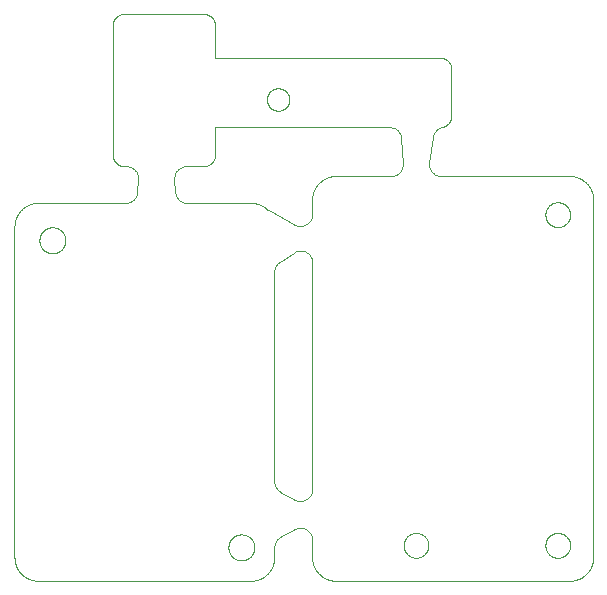
<source format=gko>
%MOIN*%
%OFA0B0*%
%FSLAX36Y36*%
%IPPOS*%
%LPD*%
%ADD10C,0*%
D10*
X001852362Y001220472D02*
X001852362Y001220472D01*
X001852350Y001219456D01*
X001852311Y001218444D01*
X001852251Y001217433D01*
X001852161Y001216421D01*
X001852051Y001215413D01*
X001851913Y001214405D01*
X001851751Y001213405D01*
X001851566Y001212409D01*
X001851358Y001211413D01*
X001851122Y001210429D01*
X001850866Y001209448D01*
X001850582Y001208472D01*
X001850275Y001207503D01*
X001849944Y001206547D01*
X001849590Y001205594D01*
X001849216Y001204653D01*
X001848815Y001203720D01*
X001848393Y001202799D01*
X001847948Y001201885D01*
X001847480Y001200984D01*
X001846992Y001200098D01*
X001846480Y001199220D01*
X001845949Y001198358D01*
X001845394Y001197507D01*
X001844822Y001196669D01*
X001844228Y001195846D01*
X001843614Y001195039D01*
X001842980Y001194248D01*
X001842326Y001193472D01*
X001841653Y001192712D01*
X001840964Y001191968D01*
X001840256Y001191240D01*
X001839527Y001190531D01*
X001838783Y001189842D01*
X001838023Y001189169D01*
X001837248Y001188515D01*
X001836456Y001187881D01*
X001835649Y001187267D01*
X001834826Y001186673D01*
X001833988Y001186102D01*
X001833137Y001185547D01*
X001832275Y001185015D01*
X001831397Y001184503D01*
X001830511Y001184015D01*
X001829610Y001183547D01*
X001828696Y001183102D01*
X001827775Y001182681D01*
X001826842Y001182279D01*
X001825901Y001181905D01*
X001824948Y001181551D01*
X001823992Y001181220D01*
X001823023Y001180913D01*
X001822047Y001180629D01*
X001821066Y001180374D01*
X001820082Y001180137D01*
X001819086Y001179929D01*
X001818090Y001179744D01*
X001817090Y001179582D01*
X001816082Y001179444D01*
X001815074Y001179334D01*
X001814062Y001179244D01*
X001813051Y001179185D01*
X001812039Y001179145D01*
X001811023Y001179133D01*
X001810007Y001179145D01*
X001808996Y001179185D01*
X001807984Y001179244D01*
X001806972Y001179334D01*
X001805964Y001179444D01*
X001804956Y001179582D01*
X001803956Y001179744D01*
X001802960Y001179929D01*
X001801964Y001180137D01*
X001800980Y001180374D01*
X001800000Y001180629D01*
X001799023Y001180913D01*
X001798055Y001181220D01*
X001797098Y001181551D01*
X001796145Y001181905D01*
X001795204Y001182279D01*
X001794271Y001182681D01*
X001793350Y001183102D01*
X001792437Y001183547D01*
X001791535Y001184015D01*
X001790649Y001184503D01*
X001789771Y001185015D01*
X001788909Y001185547D01*
X001788059Y001186102D01*
X001787220Y001186673D01*
X001786397Y001187267D01*
X001785590Y001187881D01*
X001784799Y001188515D01*
X001784023Y001189169D01*
X001783263Y001189842D01*
X001782519Y001190531D01*
X001781791Y001191240D01*
X001781082Y001191968D01*
X001780393Y001192712D01*
X001779720Y001193472D01*
X001779066Y001194248D01*
X001778433Y001195039D01*
X001777818Y001195846D01*
X001777224Y001196669D01*
X001776653Y001197507D01*
X001776098Y001198358D01*
X001775566Y001199220D01*
X001775055Y001200098D01*
X001774566Y001200984D01*
X001774098Y001201885D01*
X001773653Y001202799D01*
X001773232Y001203720D01*
X001772830Y001204653D01*
X001772456Y001205594D01*
X001772102Y001206547D01*
X001771771Y001207503D01*
X001771464Y001208472D01*
X001771181Y001209448D01*
X001770925Y001210429D01*
X001770688Y001211413D01*
X001770480Y001212409D01*
X001770295Y001213405D01*
X001770133Y001214405D01*
X001769996Y001215413D01*
X001769885Y001216421D01*
X001769795Y001217433D01*
X001769736Y001218444D01*
X001769697Y001219456D01*
X001769685Y001220472D01*
X001769697Y001221488D01*
X001769736Y001222500D01*
X001769795Y001223511D01*
X001769885Y001224523D01*
X001769996Y001225531D01*
X001770133Y001226539D01*
X001770295Y001227539D01*
X001770480Y001228535D01*
X001770688Y001229531D01*
X001770925Y001230515D01*
X001771181Y001231496D01*
X001771464Y001232472D01*
X001771771Y001233440D01*
X001772102Y001234397D01*
X001772456Y001235350D01*
X001772830Y001236291D01*
X001773232Y001237224D01*
X001773653Y001238145D01*
X001774098Y001239059D01*
X001774566Y001239960D01*
X001775055Y001240846D01*
X001775566Y001241724D01*
X001776098Y001242586D01*
X001776653Y001243436D01*
X001777224Y001244275D01*
X001777818Y001245098D01*
X001778433Y001245905D01*
X001779066Y001246696D01*
X001779720Y001247472D01*
X001780393Y001248232D01*
X001781082Y001248976D01*
X001781791Y001249704D01*
X001782519Y001250413D01*
X001783263Y001251102D01*
X001784023Y001251775D01*
X001784799Y001252429D01*
X001785590Y001253063D01*
X001786397Y001253677D01*
X001787220Y001254271D01*
X001788059Y001254842D01*
X001788909Y001255397D01*
X001789771Y001255929D01*
X001790649Y001256440D01*
X001791535Y001256929D01*
X001792437Y001257397D01*
X001793350Y001257842D01*
X001794271Y001258263D01*
X001795204Y001258665D01*
X001796145Y001259039D01*
X001797098Y001259393D01*
X001798055Y001259724D01*
X001799023Y001260031D01*
X001800000Y001260315D01*
X001800980Y001260570D01*
X001801964Y001260807D01*
X001802960Y001261015D01*
X001803956Y001261200D01*
X001804956Y001261362D01*
X001805964Y001261499D01*
X001806972Y001261610D01*
X001807984Y001261700D01*
X001808996Y001261759D01*
X001810007Y001261799D01*
X001811023Y001261810D01*
X001812039Y001261799D01*
X001813051Y001261759D01*
X001814062Y001261700D01*
X001815074Y001261610D01*
X001816082Y001261499D01*
X001817090Y001261362D01*
X001818090Y001261200D01*
X001819086Y001261015D01*
X001820082Y001260807D01*
X001821066Y001260570D01*
X001822047Y001260315D01*
X001823023Y001260031D01*
X001823992Y001259724D01*
X001824948Y001259393D01*
X001825901Y001259039D01*
X001826842Y001258665D01*
X001827775Y001258263D01*
X001828696Y001257842D01*
X001829610Y001257397D01*
X001830511Y001256929D01*
X001831397Y001256440D01*
X001832275Y001255929D01*
X001833137Y001255397D01*
X001833988Y001254842D01*
X001834826Y001254271D01*
X001835649Y001253677D01*
X001836456Y001253063D01*
X001837248Y001252429D01*
X001838023Y001251775D01*
X001838783Y001251102D01*
X001839527Y001250413D01*
X001840256Y001249704D01*
X001840964Y001248976D01*
X001841653Y001248232D01*
X001842326Y001247472D01*
X001842980Y001246696D01*
X001843614Y001245905D01*
X001844228Y001245098D01*
X001844822Y001244275D01*
X001845394Y001243436D01*
X001845949Y001242586D01*
X001846480Y001241724D01*
X001846992Y001240846D01*
X001847480Y001239960D01*
X001847948Y001239059D01*
X001848393Y001238145D01*
X001848815Y001237224D01*
X001849216Y001236291D01*
X001849590Y001235350D01*
X001849944Y001234397D01*
X001850275Y001233440D01*
X001850582Y001232472D01*
X001850866Y001231496D01*
X001851122Y001230515D01*
X001851358Y001229531D01*
X001851566Y001228535D01*
X001851751Y001227539D01*
X001851913Y001226539D01*
X001852051Y001225531D01*
X001852161Y001224523D01*
X001852251Y001223511D01*
X001852311Y001222500D01*
X001852350Y001221488D01*
X001852362Y001220472D01*
X001852362Y000118110D02*
X001852362Y000118110D01*
X001852350Y000117094D01*
X001852311Y000116082D01*
X001852251Y000115070D01*
X001852161Y000114059D01*
X001852051Y000113051D01*
X001851913Y000112043D01*
X001851751Y000111043D01*
X001851566Y000110047D01*
X001851358Y000109051D01*
X001851122Y000108066D01*
X001850866Y000107086D01*
X001850582Y000106110D01*
X001850275Y000105141D01*
X001849944Y000104185D01*
X001849590Y000103232D01*
X001849216Y000102290D01*
X001848815Y000101358D01*
X001848393Y000100437D01*
X001847948Y000099523D01*
X001847480Y000098622D01*
X001846992Y000097736D01*
X001846480Y000096858D01*
X001845949Y000095996D01*
X001845394Y000095145D01*
X001844822Y000094307D01*
X001844228Y000093483D01*
X001843614Y000092677D01*
X001842980Y000091885D01*
X001842326Y000091110D01*
X001841653Y000090350D01*
X001840964Y000089605D01*
X001840256Y000088877D01*
X001839527Y000088169D01*
X001838783Y000087480D01*
X001838023Y000086807D01*
X001837248Y000086153D01*
X001836456Y000085519D01*
X001835649Y000084905D01*
X001834826Y000084311D01*
X001833988Y000083739D01*
X001833137Y000083184D01*
X001832275Y000082653D01*
X001831397Y000082141D01*
X001830511Y000081653D01*
X001829610Y000081185D01*
X001828696Y000080740D01*
X001827775Y000080318D01*
X001826842Y000079917D01*
X001825901Y000079543D01*
X001824948Y000079188D01*
X001823992Y000078858D01*
X001823023Y000078551D01*
X001822047Y000078267D01*
X001821066Y000078011D01*
X001820082Y000077775D01*
X001819086Y000077566D01*
X001818090Y000077381D01*
X001817090Y000077220D01*
X001816082Y000077082D01*
X001815074Y000076972D01*
X001814062Y000076881D01*
X001813051Y000076822D01*
X001812039Y000076783D01*
X001811023Y000076771D01*
X001810007Y000076783D01*
X001808996Y000076822D01*
X001807984Y000076881D01*
X001806972Y000076972D01*
X001805964Y000077082D01*
X001804956Y000077220D01*
X001803956Y000077381D01*
X001802960Y000077566D01*
X001801964Y000077775D01*
X001800980Y000078011D01*
X001800000Y000078267D01*
X001799023Y000078551D01*
X001798055Y000078858D01*
X001797098Y000079188D01*
X001796145Y000079543D01*
X001795204Y000079917D01*
X001794271Y000080318D01*
X001793350Y000080740D01*
X001792437Y000081185D01*
X001791535Y000081653D01*
X001790649Y000082141D01*
X001789771Y000082653D01*
X001788909Y000083184D01*
X001788059Y000083739D01*
X001787220Y000084311D01*
X001786397Y000084905D01*
X001785590Y000085519D01*
X001784799Y000086153D01*
X001784023Y000086807D01*
X001783263Y000087480D01*
X001782519Y000088169D01*
X001781791Y000088877D01*
X001781082Y000089605D01*
X001780393Y000090350D01*
X001779720Y000091110D01*
X001779066Y000091885D01*
X001778433Y000092677D01*
X001777818Y000093483D01*
X001777224Y000094307D01*
X001776653Y000095145D01*
X001776098Y000095996D01*
X001775566Y000096858D01*
X001775055Y000097736D01*
X001774566Y000098622D01*
X001774098Y000099523D01*
X001773653Y000100437D01*
X001773232Y000101358D01*
X001772830Y000102290D01*
X001772456Y000103232D01*
X001772102Y000104185D01*
X001771771Y000105141D01*
X001771464Y000106110D01*
X001771181Y000107086D01*
X001770925Y000108066D01*
X001770688Y000109051D01*
X001770480Y000110047D01*
X001770295Y000111043D01*
X001770133Y000112043D01*
X001769996Y000113051D01*
X001769885Y000114059D01*
X001769795Y000115070D01*
X001769736Y000116082D01*
X001769697Y000117094D01*
X001769685Y000118110D01*
X001769697Y000119125D01*
X001769736Y000120137D01*
X001769795Y000121149D01*
X001769885Y000122161D01*
X001769996Y000123169D01*
X001770133Y000124177D01*
X001770295Y000125177D01*
X001770480Y000126173D01*
X001770688Y000127169D01*
X001770925Y000128153D01*
X001771181Y000129133D01*
X001771464Y000130110D01*
X001771771Y000131078D01*
X001772102Y000132035D01*
X001772456Y000132988D01*
X001772830Y000133929D01*
X001773232Y000134862D01*
X001773653Y000135783D01*
X001774098Y000136696D01*
X001774566Y000137598D01*
X001775055Y000138484D01*
X001775566Y000139362D01*
X001776098Y000140224D01*
X001776653Y000141074D01*
X001777224Y000141913D01*
X001777818Y000142736D01*
X001778433Y000143543D01*
X001779066Y000144334D01*
X001779720Y000145110D01*
X001780393Y000145870D01*
X001781082Y000146614D01*
X001781791Y000147342D01*
X001782519Y000148051D01*
X001783263Y000148740D01*
X001784023Y000149413D01*
X001784799Y000150066D01*
X001785590Y000150700D01*
X001786397Y000151314D01*
X001787220Y000151909D01*
X001788059Y000152480D01*
X001788909Y000153035D01*
X001789771Y000153566D01*
X001790649Y000154078D01*
X001791535Y000154566D01*
X001792437Y000155035D01*
X001793350Y000155480D01*
X001794271Y000155901D01*
X001795204Y000156303D01*
X001796145Y000156677D01*
X001797098Y000157031D01*
X001798055Y000157362D01*
X001799023Y000157669D01*
X001800000Y000157952D01*
X001800980Y000158208D01*
X001801964Y000158444D01*
X001802960Y000158653D01*
X001803956Y000158838D01*
X001804956Y000158999D01*
X001805964Y000159137D01*
X001806972Y000159248D01*
X001807984Y000159338D01*
X001808996Y000159397D01*
X001810007Y000159436D01*
X001811023Y000159448D01*
X001812039Y000159436D01*
X001813051Y000159397D01*
X001814062Y000159338D01*
X001815074Y000159248D01*
X001816082Y000159137D01*
X001817090Y000158999D01*
X001818090Y000158838D01*
X001819086Y000158653D01*
X001820082Y000158444D01*
X001821066Y000158208D01*
X001822047Y000157952D01*
X001823023Y000157669D01*
X001823992Y000157362D01*
X001824948Y000157031D01*
X001825901Y000156677D01*
X001826842Y000156303D01*
X001827775Y000155901D01*
X001828696Y000155480D01*
X001829610Y000155035D01*
X001830511Y000154566D01*
X001831397Y000154078D01*
X001832275Y000153566D01*
X001833137Y000153035D01*
X001833988Y000152480D01*
X001834826Y000151909D01*
X001835649Y000151314D01*
X001836456Y000150700D01*
X001837248Y000150066D01*
X001838023Y000149413D01*
X001838783Y000148740D01*
X001839527Y000148051D01*
X001840256Y000147342D01*
X001840964Y000146614D01*
X001841653Y000145870D01*
X001842326Y000145110D01*
X001842980Y000144334D01*
X001843614Y000143543D01*
X001844228Y000142736D01*
X001844822Y000141913D01*
X001845394Y000141074D01*
X001845949Y000140224D01*
X001846480Y000139362D01*
X001846992Y000138484D01*
X001847480Y000137598D01*
X001847948Y000136696D01*
X001848393Y000135783D01*
X001848815Y000134862D01*
X001849216Y000133929D01*
X001849590Y000132988D01*
X001849944Y000132035D01*
X001850275Y000131078D01*
X001850582Y000130110D01*
X001850866Y000129133D01*
X001851122Y000128153D01*
X001851358Y000127169D01*
X001851566Y000126173D01*
X001851751Y000125177D01*
X001851913Y000124177D01*
X001852051Y000123169D01*
X001852161Y000122161D01*
X001852251Y000121149D01*
X001852311Y000120137D01*
X001852350Y000119125D01*
X001852362Y000118110D01*
X001379921Y000118110D02*
X001379921Y000118110D01*
X001379909Y000117094D01*
X001379870Y000116082D01*
X001379811Y000115070D01*
X001379720Y000114059D01*
X001379610Y000113051D01*
X001379472Y000112043D01*
X001379311Y000111043D01*
X001379126Y000110047D01*
X001378917Y000109051D01*
X001378681Y000108066D01*
X001378425Y000107086D01*
X001378141Y000106110D01*
X001377834Y000105141D01*
X001377503Y000104185D01*
X001377149Y000103232D01*
X001376775Y000102290D01*
X001376374Y000101358D01*
X001375952Y000100437D01*
X001375507Y000099523D01*
X001375039Y000098622D01*
X001374551Y000097736D01*
X001374039Y000096858D01*
X001373507Y000095996D01*
X001372952Y000095145D01*
X001372381Y000094307D01*
X001371787Y000093483D01*
X001371173Y000092677D01*
X001370539Y000091885D01*
X001369885Y000091110D01*
X001369212Y000090350D01*
X001368523Y000089605D01*
X001367814Y000088877D01*
X001367086Y000088169D01*
X001366342Y000087480D01*
X001365582Y000086807D01*
X001364807Y000086153D01*
X001364015Y000085519D01*
X001363208Y000084905D01*
X001362385Y000084311D01*
X001361547Y000083739D01*
X001360696Y000083184D01*
X001359834Y000082653D01*
X001358956Y000082141D01*
X001358070Y000081653D01*
X001357169Y000081185D01*
X001356255Y000080740D01*
X001355334Y000080318D01*
X001354401Y000079917D01*
X001353460Y000079543D01*
X001352507Y000079188D01*
X001351551Y000078858D01*
X001350582Y000078551D01*
X001349606Y000078267D01*
X001348625Y000078011D01*
X001347641Y000077775D01*
X001346645Y000077566D01*
X001345649Y000077381D01*
X001344649Y000077220D01*
X001343641Y000077082D01*
X001342633Y000076972D01*
X001341622Y000076881D01*
X001340610Y000076822D01*
X001339598Y000076783D01*
X001338582Y000076771D01*
X001337566Y000076783D01*
X001336555Y000076822D01*
X001335543Y000076881D01*
X001334531Y000076972D01*
X001333523Y000077082D01*
X001332515Y000077220D01*
X001331515Y000077381D01*
X001330519Y000077566D01*
X001329523Y000077775D01*
X001328539Y000078011D01*
X001327559Y000078267D01*
X001326582Y000078551D01*
X001325614Y000078858D01*
X001324657Y000079188D01*
X001323704Y000079543D01*
X001322763Y000079917D01*
X001321830Y000080318D01*
X001320909Y000080740D01*
X001319996Y000081185D01*
X001319094Y000081653D01*
X001318208Y000082141D01*
X001317330Y000082653D01*
X001316468Y000083184D01*
X001315618Y000083739D01*
X001314779Y000084311D01*
X001313956Y000084905D01*
X001313149Y000085519D01*
X001312358Y000086153D01*
X001311582Y000086807D01*
X001310822Y000087480D01*
X001310078Y000088169D01*
X001309350Y000088877D01*
X001308641Y000089605D01*
X001307952Y000090350D01*
X001307279Y000091110D01*
X001306625Y000091885D01*
X001305992Y000092677D01*
X001305377Y000093483D01*
X001304783Y000094307D01*
X001304212Y000095145D01*
X001303657Y000095996D01*
X001303125Y000096858D01*
X001302614Y000097736D01*
X001302125Y000098622D01*
X001301657Y000099523D01*
X001301212Y000100437D01*
X001300791Y000101358D01*
X001300389Y000102290D01*
X001300015Y000103232D01*
X001299661Y000104185D01*
X001299330Y000105141D01*
X001299023Y000106110D01*
X001298740Y000107086D01*
X001298484Y000108066D01*
X001298248Y000109051D01*
X001298039Y000110047D01*
X001297854Y000111043D01*
X001297692Y000112043D01*
X001297555Y000113051D01*
X001297445Y000114059D01*
X001297354Y000115070D01*
X001297295Y000116082D01*
X001297255Y000117094D01*
X001297244Y000118110D01*
X001297255Y000119125D01*
X001297295Y000120137D01*
X001297354Y000121149D01*
X001297445Y000122161D01*
X001297555Y000123169D01*
X001297692Y000124177D01*
X001297854Y000125177D01*
X001298039Y000126173D01*
X001298248Y000127169D01*
X001298484Y000128153D01*
X001298740Y000129133D01*
X001299023Y000130110D01*
X001299330Y000131078D01*
X001299661Y000132035D01*
X001300015Y000132988D01*
X001300389Y000133929D01*
X001300791Y000134862D01*
X001301212Y000135783D01*
X001301657Y000136696D01*
X001302125Y000137598D01*
X001302614Y000138484D01*
X001303125Y000139362D01*
X001303657Y000140224D01*
X001304212Y000141074D01*
X001304783Y000141913D01*
X001305377Y000142736D01*
X001305992Y000143543D01*
X001306625Y000144334D01*
X001307279Y000145110D01*
X001307952Y000145870D01*
X001308641Y000146614D01*
X001309350Y000147342D01*
X001310078Y000148051D01*
X001310822Y000148740D01*
X001311582Y000149413D01*
X001312358Y000150066D01*
X001313149Y000150700D01*
X001313956Y000151314D01*
X001314779Y000151909D01*
X001315618Y000152480D01*
X001316468Y000153035D01*
X001317330Y000153566D01*
X001318208Y000154078D01*
X001319094Y000154566D01*
X001319996Y000155035D01*
X001320909Y000155480D01*
X001321830Y000155901D01*
X001322763Y000156303D01*
X001323704Y000156677D01*
X001324657Y000157031D01*
X001325614Y000157362D01*
X001326582Y000157669D01*
X001327559Y000157952D01*
X001328539Y000158208D01*
X001329523Y000158444D01*
X001330519Y000158653D01*
X001331515Y000158838D01*
X001332515Y000158999D01*
X001333523Y000159137D01*
X001334531Y000159248D01*
X001335543Y000159338D01*
X001336555Y000159397D01*
X001337566Y000159436D01*
X001338582Y000159448D01*
X001339598Y000159436D01*
X001340610Y000159397D01*
X001341622Y000159338D01*
X001342633Y000159248D01*
X001343641Y000159137D01*
X001344649Y000158999D01*
X001345649Y000158838D01*
X001346645Y000158653D01*
X001347641Y000158444D01*
X001348625Y000158208D01*
X001349606Y000157952D01*
X001350582Y000157669D01*
X001351551Y000157362D01*
X001352507Y000157031D01*
X001353460Y000156677D01*
X001354401Y000156303D01*
X001355334Y000155901D01*
X001356255Y000155480D01*
X001357169Y000155035D01*
X001358070Y000154566D01*
X001358956Y000154078D01*
X001359834Y000153566D01*
X001360696Y000153035D01*
X001361547Y000152480D01*
X001362385Y000151909D01*
X001363208Y000151314D01*
X001364015Y000150700D01*
X001364807Y000150066D01*
X001365582Y000149413D01*
X001366342Y000148740D01*
X001367086Y000148051D01*
X001367814Y000147342D01*
X001368523Y000146614D01*
X001369212Y000145870D01*
X001369885Y000145110D01*
X001370539Y000144334D01*
X001371173Y000143543D01*
X001371787Y000142736D01*
X001372381Y000141913D01*
X001372952Y000141074D01*
X001373507Y000140224D01*
X001374039Y000139362D01*
X001374551Y000138484D01*
X001375039Y000137598D01*
X001375507Y000136696D01*
X001375952Y000135783D01*
X001376374Y000134862D01*
X001376775Y000133929D01*
X001377149Y000132988D01*
X001377503Y000132035D01*
X001377834Y000131078D01*
X001378141Y000130110D01*
X001378425Y000129133D01*
X001378681Y000128153D01*
X001378917Y000127169D01*
X001379126Y000126173D01*
X001379311Y000125177D01*
X001379472Y000124177D01*
X001379610Y000123169D01*
X001379720Y000122161D01*
X001379811Y000121149D01*
X001379870Y000120137D01*
X001379909Y000119125D01*
X001379921Y000118110D01*
X000878897Y001641641D02*
X000878897Y001641641D01*
X000879814Y001641629D01*
X000880732Y001641598D01*
X000881649Y001641539D01*
X000882562Y001641460D01*
X000883476Y001641362D01*
X000884385Y001641236D01*
X000885291Y001641090D01*
X000886192Y001640921D01*
X000887090Y001640732D01*
X000887984Y001640519D01*
X000888874Y001640287D01*
X000889755Y001640031D01*
X000890629Y001639755D01*
X000891496Y001639456D01*
X000892358Y001639133D01*
X000893208Y001638795D01*
X000894055Y001638433D01*
X000894889Y001638051D01*
X000895712Y001637649D01*
X000896527Y001637224D01*
X000897334Y001636783D01*
X000898125Y001636318D01*
X000898905Y001635838D01*
X000899677Y001635338D01*
X000900433Y001634818D01*
X000901177Y001634279D01*
X000901909Y001633724D01*
X000902626Y001633153D01*
X000903326Y001632559D01*
X000904015Y001631952D01*
X000904688Y001631326D01*
X000905346Y001630688D01*
X000905984Y001630031D01*
X000906610Y001629358D01*
X000907216Y001628669D01*
X000907811Y001627968D01*
X000908381Y001627251D01*
X000908937Y001626519D01*
X000909476Y001625775D01*
X000909996Y001625019D01*
X000910496Y001624248D01*
X000910976Y001623468D01*
X000911440Y001622677D01*
X000911881Y001621870D01*
X000912307Y001621055D01*
X000912708Y001620232D01*
X000913090Y001619397D01*
X000913452Y001618551D01*
X000913791Y001617700D01*
X000914114Y001616838D01*
X000914413Y001615972D01*
X000914688Y001615098D01*
X000914944Y001614216D01*
X000915177Y001613326D01*
X000915389Y001612433D01*
X000915578Y001611535D01*
X000915748Y001610633D01*
X000915893Y001609728D01*
X000916019Y001608818D01*
X000916118Y001607905D01*
X000916196Y001606992D01*
X000916255Y001606074D01*
X000916287Y001605157D01*
X000916299Y001604240D01*
X000916287Y001603322D01*
X000916255Y001602405D01*
X000916196Y001601488D01*
X000916118Y001600574D01*
X000916019Y001599661D01*
X000915893Y001598751D01*
X000915748Y001597846D01*
X000915578Y001596944D01*
X000915389Y001596047D01*
X000915177Y001595153D01*
X000914944Y001594263D01*
X000914688Y001593381D01*
X000914413Y001592507D01*
X000914114Y001591641D01*
X000913791Y001590779D01*
X000913452Y001589929D01*
X000913090Y001589082D01*
X000912708Y001588248D01*
X000912307Y001587425D01*
X000911881Y001586610D01*
X000911440Y001585803D01*
X000910976Y001585011D01*
X000910496Y001584232D01*
X000909996Y001583460D01*
X000909476Y001582704D01*
X000908937Y001581960D01*
X000908381Y001581228D01*
X000907811Y001580511D01*
X000907216Y001579811D01*
X000906610Y001579122D01*
X000905984Y001578448D01*
X000905346Y001577791D01*
X000904688Y001577153D01*
X000904015Y001576527D01*
X000903326Y001575921D01*
X000902626Y001575326D01*
X000901909Y001574755D01*
X000901177Y001574200D01*
X000900433Y001573661D01*
X000899677Y001573142D01*
X000898905Y001572641D01*
X000898125Y001572161D01*
X000897334Y001571696D01*
X000896527Y001571255D01*
X000895712Y001570831D01*
X000894889Y001570429D01*
X000894055Y001570047D01*
X000893208Y001569685D01*
X000892358Y001569346D01*
X000891496Y001569023D01*
X000890629Y001568724D01*
X000889755Y001568448D01*
X000888874Y001568192D01*
X000887984Y001567960D01*
X000887090Y001567748D01*
X000886192Y001567559D01*
X000885291Y001567389D01*
X000884385Y001567244D01*
X000883476Y001567118D01*
X000882562Y001567020D01*
X000881649Y001566940D01*
X000880732Y001566881D01*
X000879814Y001566850D01*
X000878897Y001566838D01*
X000877980Y001566850D01*
X000877062Y001566881D01*
X000876145Y001566940D01*
X000875232Y001567020D01*
X000874318Y001567118D01*
X000873409Y001567244D01*
X000872503Y001567389D01*
X000871602Y001567559D01*
X000870704Y001567748D01*
X000869811Y001567960D01*
X000868921Y001568192D01*
X000868039Y001568448D01*
X000867165Y001568724D01*
X000866299Y001569023D01*
X000865437Y001569346D01*
X000864586Y001569685D01*
X000863740Y001570047D01*
X000862905Y001570429D01*
X000862082Y001570831D01*
X000861267Y001571255D01*
X000860460Y001571696D01*
X000859669Y001572161D01*
X000858890Y001572641D01*
X000858118Y001573142D01*
X000857362Y001573661D01*
X000856618Y001574200D01*
X000855885Y001574755D01*
X000855169Y001575326D01*
X000854468Y001575921D01*
X000853779Y001576527D01*
X000853106Y001577153D01*
X000852448Y001577791D01*
X000851811Y001578448D01*
X000851185Y001579122D01*
X000850578Y001579811D01*
X000849984Y001580511D01*
X000849413Y001581228D01*
X000848858Y001581960D01*
X000848318Y001582704D01*
X000847799Y001583460D01*
X000847299Y001584232D01*
X000846818Y001585011D01*
X000846354Y001585803D01*
X000845913Y001586610D01*
X000845488Y001587425D01*
X000845086Y001588248D01*
X000844704Y001589082D01*
X000844342Y001589929D01*
X000844003Y001590779D01*
X000843681Y001591641D01*
X000843381Y001592507D01*
X000843106Y001593381D01*
X000842850Y001594263D01*
X000842618Y001595153D01*
X000842405Y001596047D01*
X000842216Y001596944D01*
X000842047Y001597846D01*
X000841901Y001598751D01*
X000841775Y001599661D01*
X000841677Y001600574D01*
X000841598Y001601488D01*
X000841539Y001602405D01*
X000841507Y001603322D01*
X000841496Y001604240D01*
X000841507Y001605157D01*
X000841539Y001606074D01*
X000841598Y001606992D01*
X000841677Y001607905D01*
X000841775Y001608818D01*
X000841901Y001609728D01*
X000842047Y001610633D01*
X000842216Y001611535D01*
X000842405Y001612433D01*
X000842618Y001613326D01*
X000842850Y001614216D01*
X000843106Y001615098D01*
X000843381Y001615972D01*
X000843681Y001616838D01*
X000844003Y001617700D01*
X000844342Y001618551D01*
X000844704Y001619397D01*
X000845086Y001620232D01*
X000845488Y001621055D01*
X000845913Y001621870D01*
X000846354Y001622677D01*
X000846818Y001623468D01*
X000847299Y001624248D01*
X000847799Y001625019D01*
X000848318Y001625775D01*
X000848858Y001626519D01*
X000849413Y001627251D01*
X000849984Y001627968D01*
X000850578Y001628669D01*
X000851185Y001629358D01*
X000851811Y001630031D01*
X000852448Y001630688D01*
X000853106Y001631326D01*
X000853779Y001631952D01*
X000854468Y001632559D01*
X000855169Y001633153D01*
X000855885Y001633724D01*
X000856618Y001634279D01*
X000857362Y001634818D01*
X000858118Y001635338D01*
X000858890Y001635838D01*
X000859669Y001636318D01*
X000860460Y001636783D01*
X000861267Y001637224D01*
X000862082Y001637649D01*
X000862905Y001638051D01*
X000863740Y001638433D01*
X000864586Y001638795D01*
X000865437Y001639133D01*
X000866299Y001639456D01*
X000867165Y001639755D01*
X000868039Y001640031D01*
X000868921Y001640287D01*
X000869811Y001640519D01*
X000870704Y001640732D01*
X000871602Y001640921D01*
X000872503Y001641090D01*
X000873409Y001641236D01*
X000874318Y001641362D01*
X000875232Y001641460D01*
X000876145Y001641539D01*
X000877062Y001641598D01*
X000877980Y001641629D01*
X000878897Y001641641D01*
X000756354Y000067972D02*
X000756354Y000067972D01*
X000755291Y000067984D01*
X000754228Y000068023D01*
X000753169Y000068090D01*
X000752110Y000068181D01*
X000751051Y000068299D01*
X000749999Y000068440D01*
X000748948Y000068610D01*
X000747905Y000068803D01*
X000746866Y000069023D01*
X000745830Y000069271D01*
X000744803Y000069539D01*
X000743783Y000069838D01*
X000742771Y000070157D01*
X000741763Y000070503D01*
X000740767Y000070874D01*
X000739779Y000071267D01*
X000738803Y000071688D01*
X000737838Y000072129D01*
X000736881Y000072598D01*
X000735940Y000073086D01*
X000735007Y000073598D01*
X000734090Y000074133D01*
X000733185Y000074692D01*
X000732295Y000075271D01*
X000731417Y000075874D01*
X000730555Y000076496D01*
X000729708Y000077137D01*
X000728881Y000077803D01*
X000728066Y000078488D01*
X000727271Y000079192D01*
X000726492Y000079912D01*
X000725731Y000080657D01*
X000724988Y000081417D01*
X000724267Y000082196D01*
X000723562Y000082992D01*
X000722877Y000083806D01*
X000722212Y000084633D01*
X000721570Y000085479D01*
X000720948Y000086342D01*
X000720346Y000087220D01*
X000719767Y000088110D01*
X000719208Y000089015D01*
X000718673Y000089933D01*
X000718161Y000090865D01*
X000717673Y000091807D01*
X000717204Y000092763D01*
X000716763Y000093728D01*
X000716342Y000094704D01*
X000715948Y000095692D01*
X000715578Y000096688D01*
X000715231Y000097696D01*
X000714913Y000098708D01*
X000714614Y000099728D01*
X000714346Y000100755D01*
X000714098Y000101791D01*
X000713877Y000102830D01*
X000713685Y000103874D01*
X000713515Y000104925D01*
X000713373Y000105976D01*
X000713255Y000107035D01*
X000713165Y000108094D01*
X000713098Y000109153D01*
X000713059Y000110216D01*
X000713047Y000111279D01*
X000713059Y000112342D01*
X000713098Y000113405D01*
X000713165Y000114464D01*
X000713255Y000115523D01*
X000713373Y000116582D01*
X000713515Y000117633D01*
X000713685Y000118685D01*
X000713877Y000119728D01*
X000714098Y000120767D01*
X000714346Y000121803D01*
X000714614Y000122830D01*
X000714913Y000123850D01*
X000715231Y000124862D01*
X000715578Y000125870D01*
X000715948Y000126866D01*
X000716342Y000127854D01*
X000716763Y000128830D01*
X000717204Y000129795D01*
X000717673Y000130751D01*
X000718161Y000131692D01*
X000718673Y000132625D01*
X000719208Y000133543D01*
X000719767Y000134448D01*
X000720346Y000135338D01*
X000720948Y000136216D01*
X000721570Y000137078D01*
X000722212Y000137925D01*
X000722877Y000138751D01*
X000723562Y000139566D01*
X000724267Y000140362D01*
X000724988Y000141141D01*
X000725731Y000141901D01*
X000726492Y000142645D01*
X000727271Y000143366D01*
X000728066Y000144070D01*
X000728881Y000144755D01*
X000729708Y000145421D01*
X000730555Y000146062D01*
X000731417Y000146685D01*
X000732295Y000147287D01*
X000733185Y000147866D01*
X000734090Y000148425D01*
X000735007Y000148960D01*
X000735940Y000149472D01*
X000736881Y000149960D01*
X000737838Y000150429D01*
X000738803Y000150870D01*
X000739779Y000151291D01*
X000740767Y000151685D01*
X000741763Y000152055D01*
X000742771Y000152401D01*
X000743783Y000152720D01*
X000744803Y000153019D01*
X000745830Y000153287D01*
X000746866Y000153535D01*
X000747905Y000153755D01*
X000748948Y000153948D01*
X000749999Y000154118D01*
X000751051Y000154259D01*
X000752110Y000154377D01*
X000753169Y000154468D01*
X000754228Y000154535D01*
X000755291Y000154574D01*
X000756354Y000154586D01*
X000757416Y000154574D01*
X000758480Y000154535D01*
X000759539Y000154468D01*
X000760597Y000154377D01*
X000761657Y000154259D01*
X000762708Y000154118D01*
X000763759Y000153948D01*
X000764802Y000153755D01*
X000765842Y000153535D01*
X000766877Y000153287D01*
X000767905Y000153019D01*
X000768925Y000152720D01*
X000769937Y000152401D01*
X000770944Y000152055D01*
X000771940Y000151685D01*
X000772929Y000151291D01*
X000773905Y000150870D01*
X000774870Y000150429D01*
X000775826Y000149960D01*
X000776767Y000149472D01*
X000777700Y000148960D01*
X000778618Y000148425D01*
X000779523Y000147866D01*
X000780413Y000147287D01*
X000781291Y000146685D01*
X000782153Y000146062D01*
X000783000Y000145421D01*
X000783826Y000144755D01*
X000784641Y000144070D01*
X000785437Y000143366D01*
X000786216Y000142645D01*
X000786976Y000141901D01*
X000787720Y000141141D01*
X000788440Y000140362D01*
X000789145Y000139566D01*
X000789830Y000138751D01*
X000790496Y000137925D01*
X000791137Y000137078D01*
X000791759Y000136216D01*
X000792362Y000135338D01*
X000792940Y000134448D01*
X000793499Y000133543D01*
X000794035Y000132625D01*
X000794547Y000131692D01*
X000795035Y000130751D01*
X000795503Y000129795D01*
X000795944Y000128830D01*
X000796365Y000127854D01*
X000796759Y000126866D01*
X000797129Y000125870D01*
X000797476Y000124862D01*
X000797795Y000123850D01*
X000798094Y000122830D01*
X000798362Y000121803D01*
X000798610Y000120767D01*
X000798830Y000119728D01*
X000799023Y000118685D01*
X000799192Y000117633D01*
X000799334Y000116582D01*
X000799452Y000115523D01*
X000799543Y000114464D01*
X000799609Y000113405D01*
X000799649Y000112342D01*
X000799661Y000111279D01*
X000799649Y000110216D01*
X000799609Y000109153D01*
X000799543Y000108094D01*
X000799452Y000107035D01*
X000799334Y000105976D01*
X000799192Y000104925D01*
X000799023Y000103874D01*
X000798830Y000102830D01*
X000798610Y000101791D01*
X000798362Y000100755D01*
X000798094Y000099728D01*
X000797795Y000098708D01*
X000797476Y000097696D01*
X000797129Y000096688D01*
X000796759Y000095692D01*
X000796365Y000094704D01*
X000795944Y000093728D01*
X000795503Y000092763D01*
X000795035Y000091807D01*
X000794547Y000090865D01*
X000794035Y000089933D01*
X000793499Y000089015D01*
X000792940Y000088110D01*
X000792362Y000087220D01*
X000791759Y000086342D01*
X000791137Y000085479D01*
X000790496Y000084633D01*
X000789830Y000083806D01*
X000789145Y000082992D01*
X000788440Y000082196D01*
X000787720Y000081417D01*
X000786976Y000080657D01*
X000786216Y000079912D01*
X000785437Y000079192D01*
X000784641Y000078488D01*
X000783826Y000077803D01*
X000783000Y000077137D01*
X000782153Y000076496D01*
X000781291Y000075874D01*
X000780413Y000075271D01*
X000779523Y000074692D01*
X000778618Y000074133D01*
X000777700Y000073598D01*
X000776767Y000073086D01*
X000775826Y000072598D01*
X000774870Y000072129D01*
X000773905Y000071688D01*
X000772929Y000071267D01*
X000771940Y000070874D01*
X000770944Y000070503D01*
X000769937Y000070157D01*
X000768925Y000069838D01*
X000767905Y000069539D01*
X000766877Y000069271D01*
X000765842Y000069023D01*
X000764802Y000068803D01*
X000763759Y000068610D01*
X000762708Y000068440D01*
X000761657Y000068299D01*
X000760597Y000068181D01*
X000759539Y000068090D01*
X000758480Y000068023D01*
X000757416Y000067984D01*
X000756354Y000067972D01*
X000126433Y001091594D02*
X000126433Y001091594D01*
X000125370Y001091606D01*
X000124307Y001091645D01*
X000123248Y001091712D01*
X000122188Y001091803D01*
X000121129Y001091921D01*
X000120078Y001092062D01*
X000119027Y001092232D01*
X000117984Y001092425D01*
X000116944Y001092645D01*
X000115909Y001092893D01*
X000114881Y001093161D01*
X000113862Y001093460D01*
X000112850Y001093779D01*
X000111842Y001094125D01*
X000110846Y001094496D01*
X000109858Y001094889D01*
X000108881Y001095311D01*
X000107917Y001095751D01*
X000106960Y001096220D01*
X000106019Y001096708D01*
X000105086Y001097220D01*
X000104169Y001097755D01*
X000103263Y001098314D01*
X000102373Y001098893D01*
X000101495Y001099496D01*
X000100633Y001100118D01*
X000099787Y001100759D01*
X000098960Y001101425D01*
X000098145Y001102110D01*
X000097350Y001102814D01*
X000096570Y001103535D01*
X000095811Y001104279D01*
X000095066Y001105039D01*
X000094346Y001105818D01*
X000093641Y001106614D01*
X000092956Y001107429D01*
X000092290Y001108255D01*
X000091649Y001109102D01*
X000091027Y001109964D01*
X000090425Y001110842D01*
X000089846Y001111732D01*
X000089287Y001112637D01*
X000088751Y001113555D01*
X000088239Y001114488D01*
X000087751Y001115429D01*
X000087283Y001116385D01*
X000086842Y001117350D01*
X000086421Y001118326D01*
X000086027Y001119314D01*
X000085657Y001120311D01*
X000085311Y001121318D01*
X000084991Y001122330D01*
X000084692Y001123350D01*
X000084425Y001124377D01*
X000084177Y001125413D01*
X000083956Y001126452D01*
X000083763Y001127496D01*
X000083594Y001128547D01*
X000083452Y001129598D01*
X000083334Y001130657D01*
X000083243Y001131716D01*
X000083176Y001132775D01*
X000083137Y001133838D01*
X000083125Y001134901D01*
X000083137Y001135964D01*
X000083176Y001137027D01*
X000083243Y001138086D01*
X000083334Y001139145D01*
X000083452Y001140204D01*
X000083594Y001141255D01*
X000083763Y001142307D01*
X000083956Y001143350D01*
X000084177Y001144389D01*
X000084425Y001145425D01*
X000084692Y001146452D01*
X000084991Y001147472D01*
X000085311Y001148484D01*
X000085657Y001149492D01*
X000086027Y001150488D01*
X000086421Y001151476D01*
X000086842Y001152452D01*
X000087283Y001153417D01*
X000087751Y001154374D01*
X000088239Y001155314D01*
X000088751Y001156248D01*
X000089287Y001157165D01*
X000089846Y001158070D01*
X000090425Y001158960D01*
X000091027Y001159838D01*
X000091649Y001160700D01*
X000092290Y001161547D01*
X000092956Y001162374D01*
X000093641Y001163188D01*
X000094346Y001163984D01*
X000095066Y001164763D01*
X000095811Y001165523D01*
X000096570Y001166267D01*
X000097350Y001166988D01*
X000098145Y001167692D01*
X000098960Y001168377D01*
X000099787Y001169043D01*
X000100633Y001169685D01*
X000101495Y001170307D01*
X000102373Y001170909D01*
X000103263Y001171488D01*
X000104169Y001172047D01*
X000105086Y001172582D01*
X000106019Y001173094D01*
X000106960Y001173582D01*
X000107917Y001174051D01*
X000108881Y001174492D01*
X000109858Y001174913D01*
X000110846Y001175307D01*
X000111842Y001175677D01*
X000112850Y001176023D01*
X000113862Y001176342D01*
X000114881Y001176641D01*
X000115909Y001176909D01*
X000116944Y001177157D01*
X000117984Y001177377D01*
X000119027Y001177570D01*
X000120078Y001177740D01*
X000121129Y001177881D01*
X000122188Y001177999D01*
X000123248Y001178090D01*
X000124307Y001178157D01*
X000125370Y001178196D01*
X000126433Y001178208D01*
X000127496Y001178196D01*
X000128559Y001178157D01*
X000129618Y001178090D01*
X000130677Y001177999D01*
X000131736Y001177881D01*
X000132787Y001177740D01*
X000133838Y001177570D01*
X000134881Y001177377D01*
X000135921Y001177157D01*
X000136956Y001176909D01*
X000137984Y001176641D01*
X000139003Y001176342D01*
X000140015Y001176023D01*
X000141023Y001175677D01*
X000142019Y001175307D01*
X000143007Y001174913D01*
X000143984Y001174492D01*
X000144948Y001174051D01*
X000145905Y001173582D01*
X000146846Y001173094D01*
X000147779Y001172582D01*
X000148696Y001172047D01*
X000149602Y001171488D01*
X000150492Y001170909D01*
X000151370Y001170307D01*
X000152232Y001169685D01*
X000153078Y001169043D01*
X000153905Y001168377D01*
X000154720Y001167692D01*
X000155515Y001166988D01*
X000156295Y001166267D01*
X000157055Y001165523D01*
X000157799Y001164763D01*
X000158519Y001163984D01*
X000159224Y001163188D01*
X000159909Y001162374D01*
X000160574Y001161547D01*
X000161216Y001160700D01*
X000161838Y001159838D01*
X000162440Y001158960D01*
X000163019Y001158070D01*
X000163578Y001157165D01*
X000164114Y001156248D01*
X000164625Y001155314D01*
X000165114Y001154374D01*
X000165582Y001153417D01*
X000166023Y001152452D01*
X000166444Y001151476D01*
X000166838Y001150488D01*
X000167208Y001149492D01*
X000167554Y001148484D01*
X000167874Y001147472D01*
X000168173Y001146452D01*
X000168440Y001145425D01*
X000168688Y001144389D01*
X000168909Y001143350D01*
X000169102Y001142307D01*
X000169271Y001141255D01*
X000169412Y001140204D01*
X000169531Y001139145D01*
X000169622Y001138086D01*
X000169688Y001137027D01*
X000169728Y001135964D01*
X000169740Y001134901D01*
X000169728Y001133838D01*
X000169688Y001132775D01*
X000169622Y001131716D01*
X000169531Y001130657D01*
X000169412Y001129598D01*
X000169271Y001128547D01*
X000169102Y001127496D01*
X000168909Y001126452D01*
X000168688Y001125413D01*
X000168440Y001124377D01*
X000168173Y001123350D01*
X000167874Y001122330D01*
X000167554Y001121318D01*
X000167208Y001120311D01*
X000166838Y001119314D01*
X000166444Y001118326D01*
X000166023Y001117350D01*
X000165582Y001116385D01*
X000165114Y001115429D01*
X000164625Y001114488D01*
X000164114Y001113555D01*
X000163578Y001112637D01*
X000163019Y001111732D01*
X000162440Y001110842D01*
X000161838Y001109964D01*
X000161216Y001109102D01*
X000160574Y001108255D01*
X000159909Y001107429D01*
X000159224Y001106614D01*
X000158519Y001105818D01*
X000157799Y001105039D01*
X000157055Y001104279D01*
X000156295Y001103535D01*
X000155515Y001102814D01*
X000154720Y001102110D01*
X000153905Y001101425D01*
X000153078Y001100759D01*
X000152232Y001100118D01*
X000151370Y001099496D01*
X000150492Y001098893D01*
X000149602Y001098314D01*
X000148696Y001097755D01*
X000147779Y001097220D01*
X000146846Y001096708D01*
X000145905Y001096220D01*
X000144948Y001095751D01*
X000143984Y001095311D01*
X000143007Y001094889D01*
X000142019Y001094496D01*
X000141023Y001094125D01*
X000140015Y001093779D01*
X000139003Y001093460D01*
X000137984Y001093161D01*
X000136956Y001092893D01*
X000135921Y001092645D01*
X000134881Y001092425D01*
X000133838Y001092232D01*
X000132787Y001092062D01*
X000131736Y001091921D01*
X000130677Y001091803D01*
X000129618Y001091712D01*
X000128559Y001091645D01*
X000127496Y001091606D01*
X000126433Y001091594D01*
X000992126Y001061432D02*
X000992126Y001061432D01*
X000992126Y000305117D01*
X000991912Y000301023D01*
X000991274Y000296974D01*
X000990219Y000293013D01*
X000988757Y000289183D01*
X000986905Y000285526D01*
X000984683Y000282081D01*
X000982114Y000278886D01*
X000979228Y000275976D01*
X000976054Y000273381D01*
X000972628Y000271130D01*
X000968986Y000269248D01*
X000965169Y000267755D01*
X000961217Y000266667D01*
X000957173Y000265995D01*
X000953081Y000265748D01*
X000948985Y000265928D01*
X000944931Y000266532D01*
X000940961Y000267555D01*
X000937120Y000268985D01*
X000933447Y000270806D01*
X000886203Y000297393D01*
X000884416Y000298462D01*
X000882687Y000299624D01*
X000881023Y000300876D01*
X000879427Y000302215D01*
X000877903Y000303636D01*
X000876458Y000305135D01*
X000875093Y000306709D01*
X000873814Y000308352D01*
X000872623Y000310061D01*
X000871525Y000311831D01*
X000870521Y000313656D01*
X000869616Y000315532D01*
X000868811Y000317453D01*
X000868109Y000319414D01*
X000867511Y000321409D01*
X000867020Y000323433D01*
X000866636Y000325480D01*
X000866361Y000327545D01*
X000866196Y000329621D01*
X000866141Y000331703D01*
X000866141Y001030376D01*
X000866189Y001032323D01*
X000866334Y001034265D01*
X000866574Y001036197D01*
X000866909Y001038115D01*
X000867339Y001040014D01*
X000867862Y001041890D01*
X000868478Y001043737D01*
X000869184Y001045552D01*
X000869978Y001047330D01*
X000870860Y001049066D01*
X000871827Y001050756D01*
X000872875Y001052397D01*
X000874004Y001053983D01*
X000875210Y001055512D01*
X000876490Y001056980D01*
X000877841Y001058382D01*
X000879259Y001059716D01*
X000880742Y001060978D01*
X000882285Y001062166D01*
X000883885Y001063275D01*
X000931130Y001094331D01*
X000934788Y001096463D01*
X000938655Y001098191D01*
X000942685Y001099493D01*
X000946831Y001100354D01*
X000951046Y001100765D01*
X000955280Y001100721D01*
X000959486Y001100223D01*
X000963613Y001099276D01*
X000967615Y001097890D01*
X000971445Y001096084D01*
X000975059Y001093876D01*
X000978414Y001091292D01*
X000981473Y001088364D01*
X000984200Y001085123D01*
X000986562Y001081609D01*
X000988534Y001077861D01*
X000990091Y001073923D01*
X000991217Y001069841D01*
X000991898Y001065661D01*
X000992126Y001061432D01*
X001250548Y001511811D02*
X001250548Y001511811D01*
X001253523Y001511698D01*
X001256482Y001511361D01*
X001259406Y001510801D01*
X001262280Y001510022D01*
X001265086Y001509028D01*
X001267810Y001507825D01*
X001270434Y001506419D01*
X001272945Y001504819D01*
X001275328Y001503034D01*
X001277569Y001501073D01*
X001279656Y001498949D01*
X001281576Y001496674D01*
X001283319Y001494260D01*
X001284874Y001491721D01*
X001286233Y001489072D01*
X001287388Y001486327D01*
X001288332Y001483503D01*
X001289060Y001480616D01*
X001289567Y001477682D01*
X001289852Y001474719D01*
X001294713Y001390860D01*
X001294768Y001387656D01*
X001294562Y001384457D01*
X001294097Y001381286D01*
X001293375Y001378163D01*
X001292402Y001375109D01*
X001291183Y001372145D01*
X001289728Y001369289D01*
X001288044Y001366561D01*
X001286145Y001363980D01*
X001284042Y001361561D01*
X001281749Y001359321D01*
X001279281Y001357276D01*
X001276656Y001355437D01*
X001273889Y001353819D01*
X001271000Y001352431D01*
X001268008Y001351282D01*
X001264932Y001350381D01*
X001261793Y001349733D01*
X001258611Y001349343D01*
X001255409Y001349212D01*
X001070866Y001349212D01*
X001068964Y001349188D01*
X001067062Y001349122D01*
X001065161Y001349004D01*
X001063267Y001348846D01*
X001061374Y001348637D01*
X001059488Y001348385D01*
X001057610Y001348090D01*
X001055736Y001347744D01*
X001053874Y001347358D01*
X001052023Y001346925D01*
X001050181Y001346448D01*
X001048350Y001345925D01*
X001046535Y001345358D01*
X001044732Y001344747D01*
X001042944Y001344094D01*
X001041173Y001343397D01*
X001039421Y001342661D01*
X001037685Y001341877D01*
X001035968Y001341059D01*
X001034275Y001340192D01*
X001032598Y001339287D01*
X001030948Y001338342D01*
X001029318Y001337358D01*
X001027716Y001336334D01*
X001026137Y001335275D01*
X001024582Y001334173D01*
X001023059Y001333039D01*
X001021559Y001331862D01*
X001020090Y001330653D01*
X001018653Y001329409D01*
X001017244Y001328129D01*
X001015866Y001326818D01*
X001014519Y001325472D01*
X001013208Y001324094D01*
X001011929Y001322685D01*
X001010685Y001321248D01*
X001009476Y001319779D01*
X001008299Y001318279D01*
X001007165Y001316755D01*
X001006063Y001315200D01*
X001005003Y001313622D01*
X001003980Y001312019D01*
X001002996Y001310389D01*
X001002051Y001308739D01*
X001001145Y001307062D01*
X001000279Y001305370D01*
X000999460Y001303653D01*
X000998677Y001301917D01*
X000997940Y001300165D01*
X000997244Y001298393D01*
X000996590Y001296606D01*
X000995980Y001294803D01*
X000995413Y001292988D01*
X000994889Y001291157D01*
X000994413Y001289314D01*
X000993980Y001287464D01*
X000993594Y001285602D01*
X000993248Y001283727D01*
X000992952Y001281850D01*
X000992700Y001279964D01*
X000992492Y001278070D01*
X000992334Y001276177D01*
X000992216Y001274275D01*
X000992149Y001272373D01*
X000992126Y001270472D01*
X000992126Y001222031D01*
X000991915Y001217967D01*
X000991286Y001213946D01*
X000990246Y001210011D01*
X000988804Y001206205D01*
X000986978Y001202568D01*
X000984786Y001199139D01*
X000982251Y001195954D01*
X000979401Y001193048D01*
X000976267Y001190452D01*
X000972881Y001188194D01*
X000969280Y001186297D01*
X000965503Y001184782D01*
X000961589Y001183665D01*
X000957581Y001182958D01*
X000953521Y001182669D01*
X000949453Y001182800D01*
X000945421Y001183350D01*
X000941466Y001184314D01*
X000937633Y001185681D01*
X000933961Y001187437D01*
X000847465Y001234428D01*
X000847053Y001234656D01*
X000846642Y001234888D01*
X000846235Y001235125D01*
X000845831Y001235367D01*
X000845429Y001235614D01*
X000845031Y001235866D01*
X000844635Y001236123D01*
X000844243Y001236384D01*
X000843854Y001236650D01*
X000843468Y001236921D01*
X000843085Y001237196D01*
X000842706Y001237475D01*
X000842330Y001237760D01*
X000841957Y001238048D01*
X000841588Y001238342D01*
X000841223Y001238639D01*
X000840861Y001238941D01*
X000840502Y001239247D01*
X000840148Y001239558D01*
X000839797Y001239873D01*
X000839797Y001239873D01*
X000839614Y001240039D01*
X000838177Y001241283D01*
X000836708Y001242492D01*
X000835208Y001243669D01*
X000833685Y001244803D01*
X000832129Y001245905D01*
X000830551Y001246964D01*
X000828948Y001247988D01*
X000827318Y001248972D01*
X000825669Y001249917D01*
X000823992Y001250822D01*
X000822298Y001251688D01*
X000820582Y001252507D01*
X000818846Y001253291D01*
X000817094Y001254027D01*
X000815322Y001254724D01*
X000813535Y001255377D01*
X000811731Y001255988D01*
X000809917Y001256555D01*
X000808086Y001257078D01*
X000806244Y001257555D01*
X000804393Y001257988D01*
X000802531Y001258374D01*
X000800657Y001258720D01*
X000798779Y001259015D01*
X000796893Y001259267D01*
X000795000Y001259476D01*
X000793106Y001259633D01*
X000791204Y001259751D01*
X000789303Y001259818D01*
X000787401Y001259842D01*
X000574727Y001259842D01*
X000571746Y001259955D01*
X000568781Y001260294D01*
X000565851Y001260856D01*
X000562972Y001261638D01*
X000560161Y001262636D01*
X000557433Y001263844D01*
X000554804Y001265255D01*
X000552290Y001266861D01*
X000549904Y001268653D01*
X000547661Y001270621D01*
X000545574Y001272752D01*
X000543654Y001275036D01*
X000541913Y001277458D01*
X000540359Y001280006D01*
X000539004Y001282664D01*
X000537853Y001285416D01*
X000536914Y001288248D01*
X000536193Y001291143D01*
X000535692Y001294084D01*
X000535416Y001297055D01*
X000533040Y001340362D01*
X000532994Y001343561D01*
X000533209Y001346753D01*
X000533682Y001349917D01*
X000534410Y001353032D01*
X000535389Y001356078D01*
X000536612Y001359034D01*
X000538070Y001361881D01*
X000539756Y001364600D01*
X000541656Y001367174D01*
X000543759Y001369585D01*
X000546051Y001371817D01*
X000548517Y001373855D01*
X000551139Y001375687D01*
X000553902Y001377300D01*
X000556787Y001378683D01*
X000559775Y001379827D01*
X000562845Y001380725D01*
X000565979Y001381370D01*
X000569154Y001381759D01*
X000572350Y001381889D01*
X000629921Y001381889D01*
X000630874Y001381901D01*
X000631822Y001381937D01*
X000632771Y001381992D01*
X000633720Y001382074D01*
X000634665Y001382177D01*
X000635610Y001382303D01*
X000636551Y001382452D01*
X000637484Y001382622D01*
X000638417Y001382818D01*
X000639342Y001383035D01*
X000640263Y001383271D01*
X000641177Y001383535D01*
X000642086Y001383814D01*
X000642988Y001384122D01*
X000643881Y001384448D01*
X000644767Y001384795D01*
X000645645Y001385165D01*
X000646511Y001385555D01*
X000647370Y001385968D01*
X000648216Y001386397D01*
X000649055Y001386850D01*
X000649881Y001387322D01*
X000650692Y001387814D01*
X000651496Y001388326D01*
X000652287Y001388858D01*
X000653062Y001389409D01*
X000653827Y001389976D01*
X000654575Y001390562D01*
X000655307Y001391169D01*
X000656027Y001391791D01*
X000656732Y001392429D01*
X000657421Y001393086D01*
X000658094Y001393759D01*
X000658751Y001394448D01*
X000659389Y001395153D01*
X000660011Y001395874D01*
X000660618Y001396606D01*
X000661205Y001397354D01*
X000661771Y001398118D01*
X000662322Y001398893D01*
X000662854Y001399685D01*
X000663366Y001400488D01*
X000663858Y001401299D01*
X000664330Y001402125D01*
X000664783Y001402964D01*
X000665212Y001403811D01*
X000665626Y001404669D01*
X000666015Y001405535D01*
X000666385Y001406413D01*
X000666732Y001407299D01*
X000667059Y001408192D01*
X000667366Y001409094D01*
X000667645Y001410003D01*
X000667909Y001410917D01*
X000668145Y001411838D01*
X000668362Y001412763D01*
X000668559Y001413696D01*
X000668728Y001414629D01*
X000668877Y001415570D01*
X000669003Y001416515D01*
X000669106Y001417460D01*
X000669189Y001418409D01*
X000669244Y001419358D01*
X000669279Y001420307D01*
X000669291Y001421259D01*
X000669291Y001511811D01*
X001250548Y001511811D01*
X000866141Y000111341D02*
X000866141Y000111341D01*
X000866196Y000113423D01*
X000866361Y000115500D01*
X000866636Y000117564D01*
X000867020Y000119611D01*
X000867511Y000121636D01*
X000868109Y000123631D01*
X000868811Y000125592D01*
X000869616Y000127513D01*
X000870521Y000129389D01*
X000871525Y000131214D01*
X000872623Y000132983D01*
X000873814Y000134692D01*
X000875093Y000136336D01*
X000876458Y000137910D01*
X000877903Y000139409D01*
X000879427Y000140830D01*
X000881023Y000142168D01*
X000882687Y000143420D01*
X000884416Y000144582D01*
X000886203Y000145651D01*
X000933447Y000172238D01*
X000937120Y000174060D01*
X000940961Y000175490D01*
X000944931Y000176513D01*
X000948985Y000177117D01*
X000953081Y000177297D01*
X000957173Y000177049D01*
X000961217Y000176378D01*
X000965169Y000175290D01*
X000968986Y000173796D01*
X000972628Y000171914D01*
X000976054Y000169664D01*
X000979228Y000167069D01*
X000982114Y000164159D01*
X000984683Y000160964D01*
X000986905Y000157519D01*
X000988757Y000153862D01*
X000990219Y000150032D01*
X000991274Y000146071D01*
X000991912Y000142022D01*
X000992126Y000137928D01*
X000992126Y000078740D01*
X000992149Y000076838D01*
X000992216Y000074937D01*
X000992334Y000073035D01*
X000992492Y000071141D01*
X000992700Y000069248D01*
X000992952Y000067362D01*
X000993248Y000065484D01*
X000993594Y000063610D01*
X000993980Y000061748D01*
X000994413Y000059897D01*
X000994889Y000058055D01*
X000995413Y000056224D01*
X000995980Y000054409D01*
X000996590Y000052606D01*
X000997244Y000050818D01*
X000997940Y000049047D01*
X000998677Y000047295D01*
X000999460Y000045559D01*
X001000279Y000043842D01*
X001001145Y000042149D01*
X001002051Y000040472D01*
X001002996Y000038822D01*
X001003980Y000037192D01*
X001005003Y000035590D01*
X001006063Y000034011D01*
X001007165Y000032456D01*
X001008299Y000030933D01*
X001009476Y000029433D01*
X001010685Y000027964D01*
X001011929Y000026527D01*
X001013208Y000025118D01*
X001014519Y000023740D01*
X001015866Y000022393D01*
X001017244Y000021082D01*
X001018653Y000019803D01*
X001020090Y000018559D01*
X001021559Y000017350D01*
X001023059Y000016173D01*
X001024582Y000015039D01*
X001026137Y000013937D01*
X001027716Y000012877D01*
X001029318Y000011853D01*
X001030948Y000010870D01*
X001032598Y000009925D01*
X001034275Y000009019D01*
X001035968Y000008153D01*
X001037685Y000007334D01*
X001039421Y000006551D01*
X001041173Y000005814D01*
X001042944Y000005118D01*
X001044732Y000004464D01*
X001046535Y000003854D01*
X001048350Y000003287D01*
X001050181Y000002763D01*
X001052023Y000002287D01*
X001053874Y000001854D01*
X001055736Y000001468D01*
X001057610Y000001122D01*
X001059488Y000000826D01*
X001061374Y000000574D01*
X001063267Y000000365D01*
X001065161Y000000208D01*
X001067062Y000000090D01*
X001068964Y000000023D01*
X001070866Y000000000D01*
X001850393Y000000000D01*
X001852295Y000000023D01*
X001854196Y000000090D01*
X001856098Y000000208D01*
X001857992Y000000365D01*
X001859885Y000000574D01*
X001861771Y000000826D01*
X001863649Y000001122D01*
X001865523Y000001468D01*
X001867385Y000001854D01*
X001869236Y000002287D01*
X001871078Y000002763D01*
X001872909Y000003287D01*
X001874724Y000003854D01*
X001876527Y000004464D01*
X001878314Y000005118D01*
X001880086Y000005814D01*
X001881838Y000006551D01*
X001883574Y000007334D01*
X001885291Y000008153D01*
X001886984Y000009019D01*
X001888661Y000009925D01*
X001890311Y000010870D01*
X001891940Y000011853D01*
X001893543Y000012877D01*
X001895122Y000013937D01*
X001896677Y000015039D01*
X001898200Y000016173D01*
X001899700Y000017350D01*
X001901169Y000018559D01*
X001902606Y000019803D01*
X001904015Y000021082D01*
X001905393Y000022393D01*
X001906740Y000023740D01*
X001908051Y000025118D01*
X001909330Y000026527D01*
X001910574Y000027964D01*
X001911783Y000029433D01*
X001912960Y000030933D01*
X001914094Y000032456D01*
X001915196Y000034011D01*
X001916255Y000035590D01*
X001917279Y000037192D01*
X001918263Y000038822D01*
X001919208Y000040472D01*
X001920114Y000042149D01*
X001920980Y000043842D01*
X001921799Y000045559D01*
X001922582Y000047295D01*
X001923318Y000049047D01*
X001924015Y000050818D01*
X001924669Y000052606D01*
X001925279Y000054409D01*
X001925846Y000056224D01*
X001926370Y000058055D01*
X001926846Y000059897D01*
X001927279Y000061748D01*
X001927665Y000063610D01*
X001928011Y000065484D01*
X001928307Y000067362D01*
X001928559Y000069248D01*
X001928768Y000071141D01*
X001928925Y000073035D01*
X001929043Y000074937D01*
X001929110Y000076838D01*
X001929133Y000078740D01*
X001929133Y001270472D01*
X001929110Y001272373D01*
X001929043Y001274275D01*
X001928925Y001276177D01*
X001928768Y001278070D01*
X001928559Y001279964D01*
X001928307Y001281850D01*
X001928011Y001283727D01*
X001927665Y001285602D01*
X001927279Y001287464D01*
X001926846Y001289314D01*
X001926370Y001291157D01*
X001925846Y001292988D01*
X001925279Y001294803D01*
X001924669Y001296606D01*
X001924015Y001298393D01*
X001923318Y001300165D01*
X001922582Y001301917D01*
X001921799Y001303653D01*
X001920980Y001305370D01*
X001920114Y001307062D01*
X001919208Y001308739D01*
X001918263Y001310389D01*
X001917279Y001312019D01*
X001916255Y001313622D01*
X001915196Y001315200D01*
X001914094Y001316755D01*
X001912960Y001318279D01*
X001911783Y001319779D01*
X001910574Y001321248D01*
X001909330Y001322685D01*
X001908051Y001324094D01*
X001906740Y001325472D01*
X001905393Y001326818D01*
X001904015Y001328129D01*
X001902606Y001329409D01*
X001901169Y001330653D01*
X001899700Y001331862D01*
X001898200Y001333039D01*
X001896677Y001334173D01*
X001895122Y001335275D01*
X001893543Y001336334D01*
X001891940Y001337358D01*
X001890311Y001338342D01*
X001888661Y001339287D01*
X001886984Y001340192D01*
X001885291Y001341059D01*
X001883574Y001341877D01*
X001881838Y001342661D01*
X001880086Y001343397D01*
X001878314Y001344094D01*
X001876527Y001344747D01*
X001874724Y001345358D01*
X001872909Y001345925D01*
X001871078Y001346448D01*
X001869236Y001346925D01*
X001867385Y001347358D01*
X001865523Y001347744D01*
X001863649Y001348090D01*
X001861771Y001348385D01*
X001859885Y001348637D01*
X001857992Y001348846D01*
X001856098Y001349004D01*
X001854196Y001349122D01*
X001852295Y001349188D01*
X001850393Y001349212D01*
X001421756Y001349212D01*
X001418390Y001349356D01*
X001415049Y001349788D01*
X001411757Y001350503D01*
X001408539Y001351497D01*
X001405417Y001352763D01*
X001402414Y001354290D01*
X001399554Y001356069D01*
X001396856Y001358086D01*
X001394340Y001360327D01*
X001392025Y001362774D01*
X001389927Y001365410D01*
X001388063Y001368215D01*
X001386445Y001371170D01*
X001385086Y001374252D01*
X001383995Y001377440D01*
X001383181Y001380708D01*
X001382649Y001384035D01*
X001382403Y001387394D01*
X001382446Y001390763D01*
X001382776Y001394115D01*
X001394931Y001479743D01*
X001395341Y001482113D01*
X001395896Y001484453D01*
X001396592Y001486755D01*
X001397428Y001489010D01*
X001398399Y001491210D01*
X001399504Y001493346D01*
X001400736Y001495411D01*
X001402092Y001497397D01*
X001403567Y001499296D01*
X001405156Y001501102D01*
X001406851Y001502808D01*
X001408648Y001504406D01*
X001410539Y001505892D01*
X001412517Y001507260D01*
X001414574Y001508505D01*
X001416704Y001509621D01*
X001418898Y001510606D01*
X001421149Y001511454D01*
X001423446Y001512164D01*
X001425783Y001512732D01*
X001425818Y001512740D01*
X001426744Y001512956D01*
X001427665Y001513192D01*
X001428578Y001513457D01*
X001429487Y001513736D01*
X001430389Y001514043D01*
X001431283Y001514370D01*
X001432169Y001514716D01*
X001433047Y001515086D01*
X001433913Y001515476D01*
X001434771Y001515889D01*
X001435618Y001516318D01*
X001436456Y001516771D01*
X001437283Y001517244D01*
X001438094Y001517736D01*
X001438897Y001518248D01*
X001439688Y001518779D01*
X001440464Y001519330D01*
X001441228Y001519897D01*
X001441976Y001520484D01*
X001442708Y001521090D01*
X001443429Y001521712D01*
X001444133Y001522350D01*
X001444822Y001523007D01*
X001445496Y001523681D01*
X001446153Y001524370D01*
X001446791Y001525074D01*
X001447413Y001525795D01*
X001448019Y001526527D01*
X001448606Y001527275D01*
X001449172Y001528039D01*
X001449724Y001528814D01*
X001450255Y001529606D01*
X001450767Y001530409D01*
X001451259Y001531220D01*
X001451732Y001532047D01*
X001452185Y001532885D01*
X001452614Y001533732D01*
X001453027Y001534590D01*
X001453417Y001535456D01*
X001453787Y001536334D01*
X001454133Y001537220D01*
X001454460Y001538114D01*
X001454767Y001539015D01*
X001455047Y001539925D01*
X001455311Y001540838D01*
X001455547Y001541759D01*
X001455763Y001542685D01*
X001455960Y001543618D01*
X001456129Y001544551D01*
X001456279Y001545492D01*
X001456405Y001546437D01*
X001456507Y001547381D01*
X001456590Y001548330D01*
X001456645Y001549279D01*
X001456681Y001550228D01*
X001456692Y001551181D01*
X001456692Y001704724D01*
X001456681Y001705677D01*
X001456645Y001706625D01*
X001456590Y001707574D01*
X001456507Y001708523D01*
X001456405Y001709468D01*
X001456279Y001710413D01*
X001456129Y001711354D01*
X001455960Y001712287D01*
X001455763Y001713220D01*
X001455547Y001714145D01*
X001455311Y001715067D01*
X001455047Y001715980D01*
X001454767Y001716889D01*
X001454460Y001717791D01*
X001454133Y001718685D01*
X001453787Y001719570D01*
X001453417Y001720448D01*
X001453027Y001721314D01*
X001452614Y001722173D01*
X001452185Y001723020D01*
X001451732Y001723858D01*
X001451259Y001724685D01*
X001450767Y001725496D01*
X001450255Y001726299D01*
X001449724Y001727090D01*
X001449172Y001727866D01*
X001448606Y001728629D01*
X001448019Y001729377D01*
X001447413Y001730110D01*
X001446791Y001730830D01*
X001446153Y001731535D01*
X001445496Y001732224D01*
X001444822Y001732897D01*
X001444133Y001733555D01*
X001443429Y001734192D01*
X001442708Y001734814D01*
X001441976Y001735421D01*
X001441228Y001736007D01*
X001440464Y001736574D01*
X001439688Y001737125D01*
X001438897Y001737657D01*
X001438094Y001738169D01*
X001437283Y001738661D01*
X001436456Y001739133D01*
X001435618Y001739586D01*
X001434771Y001740015D01*
X001433913Y001740429D01*
X001433047Y001740818D01*
X001432169Y001741188D01*
X001431283Y001741535D01*
X001430389Y001741862D01*
X001429487Y001742169D01*
X001428578Y001742448D01*
X001427665Y001742712D01*
X001426744Y001742948D01*
X001425818Y001743165D01*
X001424885Y001743362D01*
X001423952Y001743531D01*
X001423011Y001743681D01*
X001422066Y001743807D01*
X001421122Y001743909D01*
X001420173Y001743992D01*
X001419224Y001744047D01*
X001418275Y001744082D01*
X001417322Y001744094D01*
X000669291Y001744094D01*
X000669291Y001850393D01*
X000669279Y001851346D01*
X000669244Y001852295D01*
X000669189Y001853244D01*
X000669106Y001854192D01*
X000669003Y001855137D01*
X000668877Y001856082D01*
X000668728Y001857023D01*
X000668559Y001857956D01*
X000668362Y001858889D01*
X000668145Y001859814D01*
X000667909Y001860736D01*
X000667645Y001861649D01*
X000667366Y001862559D01*
X000667059Y001863460D01*
X000666732Y001864354D01*
X000666385Y001865240D01*
X000666015Y001866118D01*
X000665626Y001866984D01*
X000665212Y001867842D01*
X000664783Y001868688D01*
X000664330Y001869527D01*
X000663858Y001870354D01*
X000663366Y001871165D01*
X000662854Y001871968D01*
X000662322Y001872759D01*
X000661771Y001873535D01*
X000661205Y001874299D01*
X000660618Y001875047D01*
X000660011Y001875779D01*
X000659389Y001876500D01*
X000658751Y001877204D01*
X000658094Y001877893D01*
X000657421Y001878566D01*
X000656732Y001879224D01*
X000656027Y001879862D01*
X000655307Y001880484D01*
X000654575Y001881090D01*
X000653827Y001881677D01*
X000653062Y001882244D01*
X000652287Y001882795D01*
X000651496Y001883326D01*
X000650692Y001883838D01*
X000649881Y001884330D01*
X000649055Y001884803D01*
X000648216Y001885255D01*
X000647370Y001885685D01*
X000646511Y001886098D01*
X000645645Y001886488D01*
X000644767Y001886858D01*
X000643881Y001887204D01*
X000642988Y001887531D01*
X000642086Y001887838D01*
X000641177Y001888118D01*
X000640263Y001888381D01*
X000639342Y001888618D01*
X000638417Y001888834D01*
X000637484Y001889031D01*
X000636551Y001889200D01*
X000635610Y001889350D01*
X000634665Y001889476D01*
X000633720Y001889578D01*
X000632771Y001889661D01*
X000631822Y001889716D01*
X000630874Y001889752D01*
X000629921Y001889763D01*
X000366141Y001889763D01*
X000365189Y001889752D01*
X000364240Y001889716D01*
X000363291Y001889661D01*
X000362342Y001889578D01*
X000361397Y001889476D01*
X000360452Y001889350D01*
X000359511Y001889200D01*
X000358578Y001889031D01*
X000357645Y001888834D01*
X000356720Y001888618D01*
X000355799Y001888381D01*
X000354885Y001888118D01*
X000353976Y001887838D01*
X000353074Y001887531D01*
X000352181Y001887204D01*
X000351295Y001886858D01*
X000350417Y001886488D01*
X000349551Y001886098D01*
X000348692Y001885685D01*
X000347846Y001885255D01*
X000347007Y001884803D01*
X000346181Y001884330D01*
X000345370Y001883838D01*
X000344566Y001883326D01*
X000343775Y001882795D01*
X000343000Y001882244D01*
X000342236Y001881677D01*
X000341488Y001881090D01*
X000340755Y001880484D01*
X000340035Y001879862D01*
X000339330Y001879224D01*
X000338642Y001878566D01*
X000337968Y001877893D01*
X000337311Y001877204D01*
X000336673Y001876500D01*
X000336051Y001875779D01*
X000335444Y001875047D01*
X000334858Y001874299D01*
X000334291Y001873535D01*
X000333740Y001872759D01*
X000333208Y001871968D01*
X000332697Y001871165D01*
X000332204Y001870354D01*
X000331732Y001869527D01*
X000331279Y001868688D01*
X000330850Y001867842D01*
X000330437Y001866984D01*
X000330047Y001866118D01*
X000329677Y001865240D01*
X000329330Y001864354D01*
X000329003Y001863460D01*
X000328696Y001862559D01*
X000328417Y001861649D01*
X000328153Y001860736D01*
X000327917Y001859814D01*
X000327700Y001858889D01*
X000327503Y001857956D01*
X000327334Y001857023D01*
X000327185Y001856082D01*
X000327059Y001855137D01*
X000326956Y001854192D01*
X000326874Y001853244D01*
X000326819Y001852295D01*
X000326783Y001851346D01*
X000326771Y001850393D01*
X000326771Y001421259D01*
X000326783Y001420307D01*
X000326819Y001419358D01*
X000326874Y001418409D01*
X000326956Y001417460D01*
X000327059Y001416515D01*
X000327185Y001415570D01*
X000327334Y001414629D01*
X000327503Y001413696D01*
X000327700Y001412763D01*
X000327917Y001411838D01*
X000328153Y001410917D01*
X000328417Y001410003D01*
X000328696Y001409094D01*
X000329003Y001408192D01*
X000329330Y001407299D01*
X000329677Y001406413D01*
X000330047Y001405535D01*
X000330437Y001404669D01*
X000330850Y001403811D01*
X000331279Y001402964D01*
X000331732Y001402125D01*
X000332204Y001401299D01*
X000332697Y001400488D01*
X000333208Y001399685D01*
X000333740Y001398893D01*
X000334291Y001398118D01*
X000334858Y001397354D01*
X000335444Y001396606D01*
X000336051Y001395874D01*
X000336673Y001395153D01*
X000337311Y001394448D01*
X000337968Y001393759D01*
X000338642Y001393086D01*
X000339330Y001392429D01*
X000340035Y001391791D01*
X000340755Y001391169D01*
X000341488Y001390562D01*
X000342236Y001389976D01*
X000343000Y001389409D01*
X000343775Y001388858D01*
X000344566Y001388326D01*
X000345370Y001387814D01*
X000346181Y001387322D01*
X000347007Y001386850D01*
X000347846Y001386397D01*
X000348692Y001385968D01*
X000349551Y001385555D01*
X000350417Y001385165D01*
X000351295Y001384795D01*
X000352181Y001384448D01*
X000353074Y001384122D01*
X000353976Y001383814D01*
X000354885Y001383535D01*
X000355799Y001383271D01*
X000356720Y001383035D01*
X000357645Y001382818D01*
X000358578Y001382622D01*
X000359511Y001382452D01*
X000360452Y001382303D01*
X000361397Y001382177D01*
X000362342Y001382074D01*
X000363291Y001381992D01*
X000364240Y001381937D01*
X000365189Y001381901D01*
X000366141Y001381889D01*
X000372530Y001381889D01*
X000375727Y001381759D01*
X000378902Y001381370D01*
X000382036Y001380725D01*
X000385106Y001379827D01*
X000388094Y001378683D01*
X000390978Y001377300D01*
X000393741Y001375687D01*
X000396364Y001373855D01*
X000398830Y001371817D01*
X000401122Y001369585D01*
X000403225Y001367174D01*
X000405125Y001364600D01*
X000406810Y001361881D01*
X000408269Y001359034D01*
X000409492Y001356078D01*
X000410471Y001353032D01*
X000411199Y001349917D01*
X000411672Y001346753D01*
X000411887Y001343561D01*
X000411841Y001340362D01*
X000409465Y001297055D01*
X000409189Y001294084D01*
X000408688Y001291143D01*
X000407967Y001288248D01*
X000407028Y001285416D01*
X000405877Y001282664D01*
X000404521Y001280006D01*
X000402968Y001277458D01*
X000401227Y001275036D01*
X000399307Y001272752D01*
X000397219Y001270621D01*
X000394977Y001268653D01*
X000392591Y001266861D01*
X000390077Y001265255D01*
X000387448Y001263844D01*
X000384720Y001262636D01*
X000381909Y001261638D01*
X000379030Y001260856D01*
X000376100Y001260294D01*
X000373135Y001259955D01*
X000370154Y001259842D01*
X000078740Y001259842D01*
X000076838Y001259818D01*
X000074937Y001259751D01*
X000073035Y001259633D01*
X000071141Y001259476D01*
X000069248Y001259267D01*
X000067362Y001259015D01*
X000065484Y001258720D01*
X000063610Y001258374D01*
X000061748Y001257988D01*
X000059897Y001257555D01*
X000058055Y001257078D01*
X000056224Y001256555D01*
X000054409Y001255988D01*
X000052606Y001255377D01*
X000050818Y001254724D01*
X000049047Y001254027D01*
X000047295Y001253291D01*
X000045559Y001252507D01*
X000043842Y001251688D01*
X000042149Y001250822D01*
X000040472Y001249917D01*
X000038822Y001248972D01*
X000037192Y001247988D01*
X000035590Y001246964D01*
X000034011Y001245905D01*
X000032456Y001244803D01*
X000030933Y001243669D01*
X000029433Y001242492D01*
X000027964Y001241283D01*
X000026527Y001240039D01*
X000025118Y001238759D01*
X000023740Y001237448D01*
X000022393Y001236102D01*
X000021082Y001234724D01*
X000019803Y001233314D01*
X000018559Y001231877D01*
X000017350Y001230409D01*
X000016173Y001228909D01*
X000015039Y001227385D01*
X000013937Y001225830D01*
X000012877Y001224251D01*
X000011853Y001222649D01*
X000010870Y001221019D01*
X000009925Y001219370D01*
X000009019Y001217692D01*
X000008153Y001216000D01*
X000007334Y001214283D01*
X000006551Y001212547D01*
X000005814Y001210795D01*
X000005118Y001209023D01*
X000004464Y001207236D01*
X000003854Y001205433D01*
X000003287Y001203618D01*
X000002763Y001201787D01*
X000002287Y001199944D01*
X000001854Y001198094D01*
X000001468Y001196232D01*
X000001122Y001194358D01*
X000000826Y001192480D01*
X000000574Y001190594D01*
X000000365Y001188700D01*
X000000208Y001186807D01*
X000000090Y001184905D01*
X000000023Y001183003D01*
X000000000Y001181102D01*
X000000000Y000078740D01*
X000000023Y000076838D01*
X000000090Y000074937D01*
X000000208Y000073035D01*
X000000365Y000071141D01*
X000000574Y000069248D01*
X000000826Y000067362D01*
X000001122Y000065484D01*
X000001468Y000063610D01*
X000001854Y000061748D01*
X000002287Y000059897D01*
X000002763Y000058055D01*
X000003287Y000056224D01*
X000003854Y000054409D01*
X000004464Y000052606D01*
X000005118Y000050818D01*
X000005814Y000049047D01*
X000006551Y000047295D01*
X000007334Y000045559D01*
X000008153Y000043842D01*
X000009019Y000042149D01*
X000009925Y000040472D01*
X000010870Y000038822D01*
X000011853Y000037192D01*
X000012877Y000035590D01*
X000013937Y000034011D01*
X000015039Y000032456D01*
X000016173Y000030933D01*
X000017350Y000029433D01*
X000018559Y000027964D01*
X000019803Y000026527D01*
X000021082Y000025118D01*
X000022393Y000023740D01*
X000023740Y000022393D01*
X000025118Y000021082D01*
X000026527Y000019803D01*
X000027964Y000018559D01*
X000029433Y000017350D01*
X000030933Y000016173D01*
X000032456Y000015039D01*
X000034011Y000013937D01*
X000035590Y000012877D01*
X000037192Y000011853D01*
X000038822Y000010870D01*
X000040472Y000009925D01*
X000042149Y000009019D01*
X000043842Y000008153D01*
X000045559Y000007334D01*
X000047295Y000006551D01*
X000049047Y000005814D01*
X000050818Y000005118D01*
X000052606Y000004464D01*
X000054409Y000003854D01*
X000056224Y000003287D01*
X000058055Y000002763D01*
X000059897Y000002287D01*
X000061748Y000001854D01*
X000063610Y000001468D01*
X000065484Y000001122D01*
X000067362Y000000826D01*
X000069248Y000000574D01*
X000071141Y000000365D01*
X000073035Y000000208D01*
X000074937Y000000090D01*
X000076838Y000000023D01*
X000078740Y000000000D01*
X000787401Y000000000D01*
X000789303Y000000023D01*
X000791204Y000000090D01*
X000793106Y000000208D01*
X000795000Y000000365D01*
X000796893Y000000574D01*
X000798779Y000000826D01*
X000800657Y000001122D01*
X000802531Y000001468D01*
X000804393Y000001854D01*
X000806244Y000002287D01*
X000808086Y000002763D01*
X000809917Y000003287D01*
X000811731Y000003854D01*
X000813535Y000004464D01*
X000815322Y000005118D01*
X000817094Y000005814D01*
X000818846Y000006551D01*
X000820582Y000007334D01*
X000822298Y000008153D01*
X000823992Y000009019D01*
X000825669Y000009925D01*
X000827318Y000010870D01*
X000828948Y000011853D01*
X000830551Y000012877D01*
X000832129Y000013937D01*
X000833685Y000015039D01*
X000835208Y000016173D01*
X000836708Y000017350D01*
X000838177Y000018559D01*
X000839614Y000019803D01*
X000841023Y000021082D01*
X000842401Y000022393D01*
X000843748Y000023740D01*
X000845059Y000025118D01*
X000846338Y000026527D01*
X000847582Y000027964D01*
X000848791Y000029433D01*
X000849968Y000030933D01*
X000851102Y000032456D01*
X000852204Y000034011D01*
X000853263Y000035590D01*
X000854287Y000037192D01*
X000855271Y000038822D01*
X000856216Y000040472D01*
X000857122Y000042149D01*
X000857988Y000043842D01*
X000858807Y000045559D01*
X000859590Y000047295D01*
X000860326Y000049047D01*
X000861023Y000050818D01*
X000861677Y000052606D01*
X000862287Y000054409D01*
X000862854Y000056224D01*
X000863377Y000058055D01*
X000863854Y000059897D01*
X000864287Y000061748D01*
X000864673Y000063610D01*
X000865019Y000065484D01*
X000865314Y000067362D01*
X000865566Y000069248D01*
X000865775Y000071141D01*
X000865933Y000073035D01*
X000866051Y000074937D01*
X000866118Y000076838D01*
X000866141Y000078740D01*
X000866141Y000111341D01*
M02*
</source>
